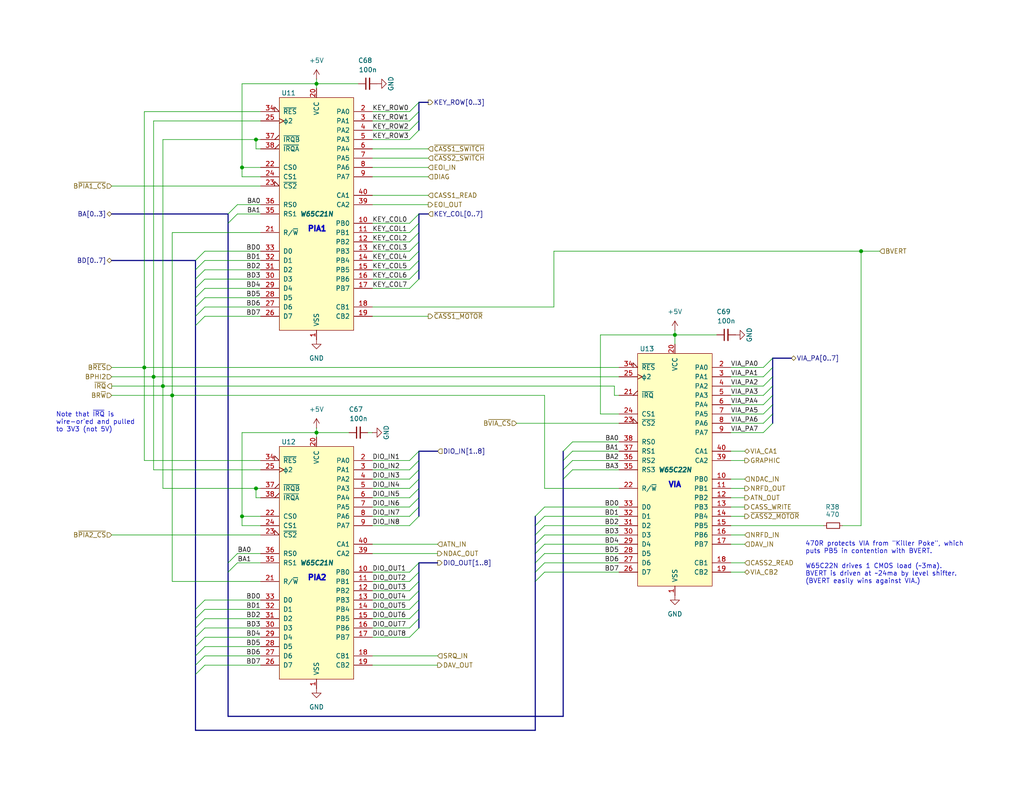
<source format=kicad_sch>
(kicad_sch (version 20231120) (generator "eeschema") (generator_version "8.0")
  (paper "A")
  (title_block (title "EconoPET 40/8096") (date "2023-10-01") (rev "A") (company "https://is.gd/6hpvh6") (comment 1 "Unspecified resistors are 1% / 62.5mW") (comment 2 "Unspecified capacitors are 25V") (comment 3 "Signals with B-prefix are level-shifted from 3V3 to 5V") (comment 4 "License: CC0 1.0 Universal (Public Domain Dedication)"))
  (lib_symbols
    (symbol "Device:C_Small" (pin_numbers hide) (pin_names (offset 0.254) hide)
      (property "Reference" "C" (at 0.254 1.778 0))
      (property "Value" "C_Small" (at 0.254 -2.032 0))
      (symbol "C_Small_0_1"
        (polyline (pts (xy -1.524 -0.508) (xy 1.524 -0.508)) (stroke (width 0.3302)))
        (polyline (pts (xy -1.524 0.508) (xy 1.524 0.508)) (stroke (width 0.3048)))
      )
      (symbol "C_Small_1_1"
        (pin passive line (at 0 2.54 270) (length 2.032) (name "~") (number "1"))
        (pin passive line (at 0 -2.54 90) (length 2.032) (name "~") (number "2"))
      )
    )
    (symbol "Device:R_Small" (pin_numbers hide) (pin_names (offset 0.254) hide)
      (property "Reference" "R" (at 0.762 0.508 0))
      (property "Value" "R_Small" (at 0.762 -1.016 0))
      (symbol "R_Small_0_1"
        (rectangle (start -0.762 1.778) (end 0.762 -1.778) (stroke (width 0.2032)))
      )
      (symbol "R_Small_1_1"
        (pin passive line (at 0 2.54 270) (length 0.762) (name "~") (number "1"))
        (pin passive line (at 0 -2.54 90) (length 0.762) (name "~") (number "2"))
      )
    )
    (symbol "EconoPET:W65C21N" (pin_names (offset 1.016))
      (property "Reference" "U" (at -7.62 33.02 0))
      (property "Value" "W65C21N" (at 0 0 0))
      (symbol "W65C21N_0_1"
        (rectangle (start -10.16 31.75) (end 10.16 -31.75) (fill (type background)))
      )
      (symbol "W65C21N_1_1"
        (pin power_in line (at 0 -34.29 90) (length 2.54) (name "VSS") (number "1"))
        (pin bidirectional line (at 15.24 -2.54 180) (length 5.08) (name "PB0") (number "10"))
        (pin bidirectional line (at 15.24 -5.08 180) (length 5.08) (name "PB1") (number "11"))
        (pin bidirectional line (at 15.24 -7.62 180) (length 5.08) (name "PB2") (number "12"))
        (pin bidirectional line (at 15.24 -10.16 180) (length 5.08) (name "PB3") (number "13"))
        (pin bidirectional line (at 15.24 -12.7 180) (length 5.08) (name "PB4") (number "14"))
        (pin bidirectional line (at 15.24 -15.24 180) (length 5.08) (name "PB5") (number "15"))
        (pin bidirectional line (at 15.24 -17.78 180) (length 5.08) (name "PB6") (number "16"))
        (pin bidirectional line (at 15.24 -20.32 180) (length 5.08) (name "PB7") (number "17"))
        (pin input line (at 15.24 -25.4 180) (length 5.08) (name "CB1") (number "18"))
        (pin bidirectional line (at 15.24 -27.94 180) (length 5.08) (name "CB2") (number "19"))
        (pin bidirectional line (at 15.24 27.94 180) (length 5.08) (name "PA0") (number "2"))
        (pin power_in line (at 0 34.29 270) (length 2.54) (name "VCC") (number "20"))
        (pin input line (at -15.24 -5.08 0) (length 5.08) (name "R/~{W}") (number "21"))
        (pin input line (at -15.24 12.7 0) (length 5.08) (name "CS0") (number "22"))
        (pin input input_low (at -15.24 7.62 0) (length 5.08) (name "~{CS2}") (number "23"))
        (pin input line (at -15.24 10.16 0) (length 5.08) (name "CS1") (number "24"))
        (pin input clock (at -15.24 25.4 0) (length 5.08) (name "ϕ2") (number "25"))
        (pin bidirectional line (at -15.24 -27.94 0) (length 5.08) (name "D7") (number "26"))
        (pin bidirectional line (at -15.24 -25.4 0) (length 5.08) (name "D6") (number "27"))
        (pin bidirectional line (at -15.24 -22.86 0) (length 5.08) (name "D5") (number "28"))
        (pin bidirectional line (at -15.24 -20.32 0) (length 5.08) (name "D4") (number "29"))
        (pin bidirectional line (at 15.24 25.4 180) (length 5.08) (name "PA1") (number "3"))
        (pin bidirectional line (at -15.24 -17.78 0) (length 5.08) (name "D3") (number "30"))
        (pin bidirectional line (at -15.24 -15.24 0) (length 5.08) (name "D2") (number "31"))
        (pin bidirectional line (at -15.24 -12.7 0) (length 5.08) (name "D1") (number "32"))
        (pin bidirectional line (at -15.24 -10.16 0) (length 5.08) (name "D0") (number "33"))
        (pin input input_low (at -15.24 27.94 0) (length 5.08) (name "~{RES}") (number "34"))
        (pin input line (at -15.24 0 0) (length 5.08) (name "RS1") (number "35"))
        (pin input line (at -15.24 2.54 0) (length 5.08) (name "RS0") (number "36"))
        (pin open_collector output_low (at -15.24 20.32 0) (length 5.08) (name "~{IRQB}") (number "37"))
        (pin open_collector output_low (at -15.24 17.78 0) (length 5.08) (name "~{IRQA}") (number "38"))
        (pin bidirectional line (at 15.24 2.54 180) (length 5.08) (name "CA2") (number "39"))
        (pin bidirectional line (at 15.24 22.86 180) (length 5.08) (name "PA2") (number "4"))
        (pin input line (at 15.24 5.08 180) (length 5.08) (name "CA1") (number "40"))
        (pin bidirectional line (at 15.24 20.32 180) (length 5.08) (name "PA3") (number "5"))
        (pin bidirectional line (at 15.24 17.78 180) (length 5.08) (name "PA4") (number "6"))
        (pin bidirectional line (at 15.24 15.24 180) (length 5.08) (name "PA5") (number "7"))
        (pin bidirectional line (at 15.24 12.7 180) (length 5.08) (name "PA6") (number "8"))
        (pin bidirectional line (at 15.24 10.16 180) (length 5.08) (name "PA7") (number "9"))
      )
    )
    (symbol "EconoPET:W65C22N" (pin_names (offset 1.016))
      (property "Reference" "U" (at -7.62 33.02 0))
      (property "Value" "W65C22N" (at 0 0 0))
      (symbol "W65C22N_0_1"
        (rectangle (start -10.16 31.75) (end 10.16 -31.75) (fill (type background)))
      )
      (symbol "W65C22N_1_1"
        (pin power_in line (at 0 -34.29 90) (length 2.54) (name "VSS") (number "1"))
        (pin bidirectional line (at 15.24 -2.54 180) (length 5.08) (name "PB0") (number "10"))
        (pin bidirectional line (at 15.24 -5.08 180) (length 5.08) (name "PB1") (number "11"))
        (pin bidirectional line (at 15.24 -7.62 180) (length 5.08) (name "PB2") (number "12"))
        (pin bidirectional line (at 15.24 -10.16 180) (length 5.08) (name "PB3") (number "13"))
        (pin bidirectional line (at 15.24 -12.7 180) (length 5.08) (name "PB4") (number "14"))
        (pin bidirectional line (at 15.24 -15.24 180) (length 5.08) (name "PB5") (number "15"))
        (pin bidirectional line (at 15.24 -17.78 180) (length 5.08) (name "PB6") (number "16"))
        (pin bidirectional line (at 15.24 -20.32 180) (length 5.08) (name "PB7") (number "17"))
        (pin input line (at 15.24 -25.4 180) (length 5.08) (name "CB1") (number "18"))
        (pin bidirectional line (at 15.24 -27.94 180) (length 5.08) (name "CB2") (number "19"))
        (pin bidirectional line (at 15.24 27.94 180) (length 5.08) (name "PA0") (number "2"))
        (pin power_in line (at 0 34.29 270) (length 2.54) (name "VCC") (number "20"))
        (pin open_collector output_low (at -15.24 20.32 0) (length 5.08) (name "~{IRQ}") (number "21"))
        (pin input line (at -15.24 -5.08 0) (length 5.08) (name "R/~{W}") (number "22"))
        (pin input input_low (at -15.24 12.7 0) (length 5.08) (name "~{CS2}") (number "23"))
        (pin input line (at -15.24 15.24 0) (length 5.08) (name "CS1") (number "24"))
        (pin input clock (at -15.24 25.4 0) (length 5.08) (name "ϕ2") (number "25"))
        (pin bidirectional line (at -15.24 -27.94 0) (length 5.08) (name "D7") (number "26"))
        (pin bidirectional line (at -15.24 -25.4 0) (length 5.08) (name "D6") (number "27"))
        (pin bidirectional line (at -15.24 -22.86 0) (length 5.08) (name "D5") (number "28"))
        (pin bidirectional line (at -15.24 -20.32 0) (length 5.08) (name "D4") (number "29"))
        (pin bidirectional line (at 15.24 25.4 180) (length 5.08) (name "PA1") (number "3"))
        (pin bidirectional line (at -15.24 -17.78 0) (length 5.08) (name "D3") (number "30"))
        (pin bidirectional line (at -15.24 -15.24 0) (length 5.08) (name "D2") (number "31"))
        (pin bidirectional line (at -15.24 -12.7 0) (length 5.08) (name "D1") (number "32"))
        (pin bidirectional line (at -15.24 -10.16 0) (length 5.08) (name "D0") (number "33"))
        (pin input input_low (at -15.24 27.94 0) (length 5.08) (name "~{RES}") (number "34"))
        (pin input line (at -15.24 0 0) (length 5.08) (name "RS3") (number "35"))
        (pin input line (at -15.24 2.54 0) (length 5.08) (name "RS2") (number "36"))
        (pin input line (at -15.24 5.08 0) (length 5.08) (name "RS1") (number "37"))
        (pin input line (at -15.24 7.62 0) (length 5.08) (name "RS0") (number "38"))
        (pin bidirectional line (at 15.24 2.54 180) (length 5.08) (name "CA2") (number "39"))
        (pin bidirectional line (at 15.24 22.86 180) (length 5.08) (name "PA2") (number "4"))
        (pin input line (at 15.24 5.08 180) (length 5.08) (name "CA1") (number "40"))
        (pin bidirectional line (at 15.24 20.32 180) (length 5.08) (name "PA3") (number "5"))
        (pin bidirectional line (at 15.24 17.78 180) (length 5.08) (name "PA4") (number "6"))
        (pin bidirectional line (at 15.24 15.24 180) (length 5.08) (name "PA5") (number "7"))
        (pin bidirectional line (at 15.24 12.7 180) (length 5.08) (name "PA6") (number "8"))
        (pin bidirectional line (at 15.24 10.16 180) (length 5.08) (name "PA7") (number "9"))
      )
    )
    (symbol "power:+5V" (power) (pin_numbers hide) (pin_names (offset 0) hide)
      (property "Value" "+5V" (at 0 3.556 0))
      (symbol "+5V_0_1"
        (polyline (pts (xy -0.762 1.27) (xy 0 2.54)))
        (polyline (pts (xy 0 0) (xy 0 2.54)))
        (polyline (pts (xy 0 2.54) (xy 0.762 1.27)))
      )
      (symbol "+5V_1_1"
        (pin power_in line (at 0 0 90) (length 0) (name "~") (number "1"))
      )
    )
    (symbol "power:GND" (power) (pin_numbers hide) (pin_names (offset 0) hide)
      (property "Value" "GND" (at 0 -3.81 0))
      (symbol "GND_0_1"
        (polyline (pts (xy 0 0) (xy 0 -1.27) (xy 1.27 -1.27) (xy 0 -2.54) (xy -1.27 -1.27) (xy 0 -1.27)))
      )
      (symbol "GND_1_1"
        (pin power_in line (at 0 0 270) (length 0) (name "~") (number "1"))
      )
    )
  )
  (junction (at 66.04 140.97))
  (junction (at 184.15 91.44))
  (junction (at 86.36 22.86))
  (junction (at 86.36 118.11))
  (junction (at 69.85 133.35))
  (junction (at 44.45 105.41))
  (junction (at 69.85 38.1))
  (junction (at 234.95 68.58))
  (junction (at 41.91 102.87))
  (junction (at 66.04 45.72))
  (junction (at 46.99 107.95))
  (junction (at 39.37 100.33))
  (bus_entry (at 55.88 163.83) (size -2.54 2.54))
  (bus_entry (at 55.88 86.36) (size -2.54 2.54))
  (bus_entry (at 156.21 120.65) (size -2.54 2.54))
  (bus_entry (at 111.76 76.2) (size 2.54 -2.54))
  (bus_entry (at 114.3 161.29) (size -2.54 2.54))
  (bus_entry (at 208.28 115.57) (size 2.54 -2.54))
  (bus_entry (at 64.77 58.42) (size -2.54 2.54))
  (bus_entry (at 148.59 153.67) (size -2.54 2.54))
  (bus_entry (at 55.88 166.37) (size -2.54 2.54))
  (bus_entry (at 208.28 105.41) (size 2.54 -2.54))
  (bus_entry (at 114.3 158.75) (size -2.54 2.54))
  (bus_entry (at 208.28 100.33) (size 2.54 -2.54))
  (bus_entry (at 114.3 27.94) (size -2.54 2.54))
  (bus_entry (at 111.76 78.74) (size 2.54 -2.54))
  (bus_entry (at 114.3 30.48) (size -2.54 2.54))
  (bus_entry (at 55.88 73.66) (size -2.54 2.54))
  (bus_entry (at 148.59 138.43) (size -2.54 2.54))
  (bus_entry (at 111.76 71.12) (size 2.54 -2.54))
  (bus_entry (at 114.3 35.56) (size -2.54 2.54))
  (bus_entry (at 111.76 60.96) (size 2.54 -2.54))
  (bus_entry (at 114.3 133.35) (size -2.54 2.54))
  (bus_entry (at 114.3 140.97) (size -2.54 2.54))
  (bus_entry (at 208.28 118.11) (size 2.54 -2.54))
  (bus_entry (at 64.77 151.13) (size -2.54 2.54))
  (bus_entry (at 111.76 73.66) (size 2.54 -2.54))
  (bus_entry (at 55.88 78.74) (size -2.54 2.54))
  (bus_entry (at 114.3 168.91) (size -2.54 2.54))
  (bus_entry (at 156.21 123.19) (size -2.54 2.54))
  (bus_entry (at 114.3 128.27) (size -2.54 2.54))
  (bus_entry (at 114.3 33.02) (size -2.54 2.54))
  (bus_entry (at 208.28 107.95) (size 2.54 -2.54))
  (bus_entry (at 55.88 83.82) (size -2.54 2.54))
  (bus_entry (at 114.3 138.43) (size -2.54 2.54))
  (bus_entry (at 55.88 173.99) (size -2.54 2.54))
  (bus_entry (at 148.59 143.51) (size -2.54 2.54))
  (bus_entry (at 148.59 140.97) (size -2.54 2.54))
  (bus_entry (at 148.59 156.21) (size -2.54 2.54))
  (bus_entry (at 148.59 146.05) (size -2.54 2.54))
  (bus_entry (at 111.76 63.5) (size 2.54 -2.54))
  (bus_entry (at 114.3 123.19) (size -2.54 2.54))
  (bus_entry (at 114.3 166.37) (size -2.54 2.54))
  (bus_entry (at 156.21 128.27) (size -2.54 2.54))
  (bus_entry (at 208.28 110.49) (size 2.54 -2.54))
  (bus_entry (at 156.21 125.73) (size -2.54 2.54))
  (bus_entry (at 55.88 168.91) (size -2.54 2.54))
  (bus_entry (at 111.76 68.58) (size 2.54 -2.54))
  (bus_entry (at 64.77 153.67) (size -2.54 2.54))
  (bus_entry (at 114.3 163.83) (size -2.54 2.54))
  (bus_entry (at 55.88 176.53) (size -2.54 2.54))
  (bus_entry (at 55.88 76.2) (size -2.54 2.54))
  (bus_entry (at 55.88 179.07) (size -2.54 2.54))
  (bus_entry (at 55.88 171.45) (size -2.54 2.54))
  (bus_entry (at 148.59 148.59) (size -2.54 2.54))
  (bus_entry (at 55.88 68.58) (size -2.54 2.54))
  (bus_entry (at 114.3 171.45) (size -2.54 2.54))
  (bus_entry (at 114.3 130.81) (size -2.54 2.54))
  (bus_entry (at 114.3 156.21) (size -2.54 2.54))
  (bus_entry (at 114.3 125.73) (size -2.54 2.54))
  (bus_entry (at 64.77 55.88) (size -2.54 2.54))
  (bus_entry (at 111.76 66.04) (size 2.54 -2.54))
  (bus_entry (at 208.28 102.87) (size 2.54 -2.54))
  (bus_entry (at 114.3 135.89) (size -2.54 2.54))
  (bus_entry (at 148.59 151.13) (size -2.54 2.54))
  (bus_entry (at 55.88 81.28) (size -2.54 2.54))
  (bus_entry (at 208.28 113.03) (size 2.54 -2.54))
  (bus_entry (at 55.88 71.12) (size -2.54 2.54))
  (bus_entry (at 55.88 181.61) (size -2.54 2.54))
  (bus_entry (at 114.3 153.67) (size -2.54 2.54))
  (wire (pts (xy 101.6 168.91) (xy 111.76 168.91)))
  (wire (pts (xy 69.85 135.89) (xy 69.85 133.35)))
  (wire (pts (xy 71.12 128.27) (xy 41.91 128.27)))
  (bus (pts (xy 114.3 161.29) (xy 114.3 163.83)))
  (wire (pts (xy 101.6 43.18) (xy 116.84 43.18)))
  (wire (pts (xy 55.88 181.61) (xy 71.12 181.61)))
  (wire (pts (xy 101.6 125.73) (xy 111.76 125.73)))
  (wire (pts (xy 148.59 133.35) (xy 148.59 107.95)))
  (bus (pts (xy 146.05 148.59) (xy 146.05 151.13)))
  (wire (pts (xy 203.2 123.19) (xy 199.39 123.19)))
  (wire (pts (xy 101.6 86.36) (xy 116.84 86.36)))
  (bus (pts (xy 114.3 153.67) (xy 114.3 156.21)))
  (wire (pts (xy 86.36 22.86) (xy 97.79 22.86)))
  (wire (pts (xy 86.36 22.86) (xy 86.36 24.13)))
  (bus (pts (xy 114.3 30.48) (xy 114.3 33.02)))
  (bus (pts (xy 114.3 135.89) (xy 114.3 138.43)))
  (wire (pts (xy 199.39 105.41) (xy 208.28 105.41)))
  (wire (pts (xy 101.6 48.26) (xy 116.84 48.26)))
  (wire (pts (xy 184.15 90.17) (xy 184.15 91.44)))
  (wire (pts (xy 39.37 100.33) (xy 168.91 100.33)))
  (wire (pts (xy 199.39 135.89) (xy 203.2 135.89)))
  (bus (pts (xy 114.3 123.19) (xy 114.3 125.73)))
  (wire (pts (xy 199.39 102.87) (xy 208.28 102.87)))
  (wire (pts (xy 234.95 68.58) (xy 234.95 143.51)))
  (wire (pts (xy 86.36 116.84) (xy 86.36 118.11)))
  (wire (pts (xy 55.88 81.28) (xy 71.12 81.28)))
  (wire (pts (xy 66.04 118.11) (xy 86.36 118.11)))
  (wire (pts (xy 101.6 173.99) (xy 111.76 173.99)))
  (wire (pts (xy 55.88 73.66) (xy 71.12 73.66)))
  (wire (pts (xy 66.04 143.51) (xy 71.12 143.51)))
  (wire (pts (xy 71.12 135.89) (xy 69.85 135.89)))
  (bus (pts (xy 114.3 33.02) (xy 114.3 35.56)))
  (bus (pts (xy 62.23 153.67) (xy 62.23 156.21)))
  (wire (pts (xy 151.13 68.58) (xy 234.95 68.58)))
  (wire (pts (xy 111.76 76.2) (xy 101.6 76.2)))
  (wire (pts (xy 44.45 133.35) (xy 44.45 105.41)))
  (wire (pts (xy 101.6 128.27) (xy 111.76 128.27)))
  (wire (pts (xy 101.6 166.37) (xy 111.76 166.37)))
  (bus (pts (xy 153.67 125.73) (xy 153.67 128.27)))
  (wire (pts (xy 184.15 91.44) (xy 195.58 91.44)))
  (wire (pts (xy 199.39 140.97) (xy 203.2 140.97)))
  (wire (pts (xy 101.6 161.29) (xy 111.76 161.29)))
  (wire (pts (xy 199.39 110.49) (xy 208.28 110.49)))
  (wire (pts (xy 148.59 151.13) (xy 168.91 151.13)))
  (wire (pts (xy 148.59 107.95) (xy 46.99 107.95)))
  (wire (pts (xy 69.85 133.35) (xy 44.45 133.35)))
  (bus (pts (xy 53.34 171.45) (xy 53.34 173.99)))
  (wire (pts (xy 64.77 58.42) (xy 71.12 58.42)))
  (wire (pts (xy 55.88 78.74) (xy 71.12 78.74)))
  (wire (pts (xy 55.88 163.83) (xy 71.12 163.83)))
  (bus (pts (xy 53.34 181.61) (xy 53.34 184.15)))
  (bus (pts (xy 114.3 133.35) (xy 114.3 135.89)))
  (wire (pts (xy 148.59 153.67) (xy 168.91 153.67)))
  (bus (pts (xy 210.82 97.79) (xy 215.9 97.79)))
  (bus (pts (xy 114.3 63.5) (xy 114.3 66.04)))
  (bus (pts (xy 146.05 158.75) (xy 146.05 199.39)))
  (wire (pts (xy 46.99 158.75) (xy 46.99 107.95)))
  (wire (pts (xy 111.76 60.96) (xy 101.6 60.96)))
  (bus (pts (xy 114.3 71.12) (xy 114.3 73.66)))
  (bus (pts (xy 62.23 58.42) (xy 62.23 60.96)))
  (wire (pts (xy 66.04 45.72) (xy 66.04 48.26)))
  (bus (pts (xy 210.82 113.03) (xy 210.82 115.57)))
  (wire (pts (xy 66.04 140.97) (xy 66.04 143.51)))
  (wire (pts (xy 163.83 91.44) (xy 184.15 91.44)))
  (wire (pts (xy 111.76 30.48) (xy 101.6 30.48)))
  (wire (pts (xy 66.04 48.26) (xy 71.12 48.26)))
  (bus (pts (xy 114.3 166.37) (xy 114.3 168.91)))
  (bus (pts (xy 114.3 68.58) (xy 114.3 71.12)))
  (wire (pts (xy 55.88 83.82) (xy 71.12 83.82)))
  (wire (pts (xy 66.04 45.72) (xy 71.12 45.72)))
  (wire (pts (xy 156.21 120.65) (xy 168.91 120.65)))
  (wire (pts (xy 148.59 156.21) (xy 168.91 156.21)))
  (wire (pts (xy 199.39 115.57) (xy 208.28 115.57)))
  (wire (pts (xy 71.12 33.02) (xy 41.91 33.02)))
  (wire (pts (xy 101.6 40.64) (xy 116.84 40.64)))
  (wire (pts (xy 101.6 55.88) (xy 116.84 55.88)))
  (wire (pts (xy 44.45 105.41) (xy 167.64 105.41)))
  (wire (pts (xy 101.6 156.21) (xy 111.76 156.21)))
  (wire (pts (xy 151.13 68.58) (xy 151.13 83.82)))
  (bus (pts (xy 53.34 81.28) (xy 53.34 83.82)))
  (wire (pts (xy 111.76 63.5) (xy 101.6 63.5)))
  (wire (pts (xy 168.91 123.19) (xy 156.21 123.19)))
  (wire (pts (xy 101.6 171.45) (xy 111.76 171.45)))
  (wire (pts (xy 66.04 118.11) (xy 66.04 140.97)))
  (wire (pts (xy 101.6 45.72) (xy 116.84 45.72)))
  (bus (pts (xy 114.3 58.42) (xy 116.84 58.42)))
  (bus (pts (xy 146.05 140.97) (xy 146.05 143.51)))
  (wire (pts (xy 148.59 146.05) (xy 168.91 146.05)))
  (wire (pts (xy 41.91 33.02) (xy 41.91 102.87)))
  (wire (pts (xy 69.85 38.1) (xy 44.45 38.1)))
  (wire (pts (xy 64.77 55.88) (xy 71.12 55.88)))
  (bus (pts (xy 62.23 58.42) (xy 30.48 58.42)))
  (bus (pts (xy 114.3 158.75) (xy 114.3 161.29)))
  (wire (pts (xy 101.6 181.61) (xy 119.38 181.61)))
  (wire (pts (xy 168.91 133.35) (xy 148.59 133.35)))
  (wire (pts (xy 101.6 179.07) (xy 119.38 179.07)))
  (wire (pts (xy 66.04 22.86) (xy 66.04 45.72)))
  (wire (pts (xy 71.12 30.48) (xy 39.37 30.48)))
  (wire (pts (xy 71.12 146.05) (xy 30.48 146.05)))
  (wire (pts (xy 101.6 158.75) (xy 111.76 158.75)))
  (wire (pts (xy 101.6 83.82) (xy 151.13 83.82)))
  (wire (pts (xy 101.6 163.83) (xy 111.76 163.83)))
  (wire (pts (xy 163.83 113.03) (xy 163.83 91.44)))
  (wire (pts (xy 199.39 146.05) (xy 203.2 146.05)))
  (wire (pts (xy 234.95 68.58) (xy 240.03 68.58)))
  (wire (pts (xy 101.6 143.51) (xy 111.76 143.51)))
  (wire (pts (xy 111.76 35.56) (xy 101.6 35.56)))
  (wire (pts (xy 203.2 156.21) (xy 199.39 156.21)))
  (wire (pts (xy 55.88 68.58) (xy 71.12 68.58)))
  (wire (pts (xy 111.76 68.58) (xy 101.6 68.58)))
  (bus (pts (xy 210.82 110.49) (xy 210.82 113.03)))
  (wire (pts (xy 199.39 133.35) (xy 203.2 133.35)))
  (bus (pts (xy 114.3 27.94) (xy 114.3 30.48)))
  (wire (pts (xy 71.12 40.64) (xy 69.85 40.64)))
  (wire (pts (xy 199.39 130.81) (xy 203.2 130.81)))
  (wire (pts (xy 199.39 143.51) (xy 224.79 143.51)))
  (wire (pts (xy 111.76 73.66) (xy 101.6 73.66)))
  (bus (pts (xy 153.67 123.19) (xy 153.67 125.73)))
  (bus (pts (xy 53.34 76.2) (xy 53.34 78.74)))
  (bus (pts (xy 53.34 78.74) (xy 53.34 81.28)))
  (wire (pts (xy 69.85 40.64) (xy 69.85 38.1)))
  (wire (pts (xy 148.59 140.97) (xy 168.91 140.97)))
  (wire (pts (xy 41.91 102.87) (xy 168.91 102.87)))
  (wire (pts (xy 101.6 140.97) (xy 111.76 140.97)))
  (bus (pts (xy 114.3 73.66) (xy 114.3 76.2)))
  (wire (pts (xy 101.6 53.34) (xy 116.84 53.34)))
  (bus (pts (xy 53.34 83.82) (xy 53.34 86.36)))
  (wire (pts (xy 46.99 63.5) (xy 46.99 107.95)))
  (wire (pts (xy 229.87 143.51) (xy 234.95 143.51)))
  (wire (pts (xy 101.6 118.11) (xy 100.33 118.11)))
  (bus (pts (xy 53.34 173.99) (xy 53.34 176.53)))
  (wire (pts (xy 55.88 171.45) (xy 71.12 171.45)))
  (wire (pts (xy 156.21 128.27) (xy 168.91 128.27)))
  (wire (pts (xy 111.76 66.04) (xy 101.6 66.04)))
  (wire (pts (xy 39.37 125.73) (xy 39.37 100.33)))
  (wire (pts (xy 66.04 22.86) (xy 86.36 22.86)))
  (wire (pts (xy 44.45 38.1) (xy 44.45 105.41)))
  (wire (pts (xy 71.12 50.8) (xy 30.48 50.8)))
  (wire (pts (xy 69.85 133.35) (xy 71.12 133.35)))
  (bus (pts (xy 146.05 151.13) (xy 146.05 153.67)))
  (wire (pts (xy 55.88 86.36) (xy 71.12 86.36)))
  (wire (pts (xy 71.12 63.5) (xy 46.99 63.5)))
  (wire (pts (xy 199.39 113.03) (xy 208.28 113.03)))
  (bus (pts (xy 53.34 176.53) (xy 53.34 179.07)))
  (wire (pts (xy 163.83 113.03) (xy 168.91 113.03)))
  (bus (pts (xy 146.05 153.67) (xy 146.05 156.21)))
  (wire (pts (xy 111.76 38.1) (xy 101.6 38.1)))
  (wire (pts (xy 101.6 130.81) (xy 111.76 130.81)))
  (wire (pts (xy 184.15 91.44) (xy 184.15 93.98)))
  (bus (pts (xy 53.34 86.36) (xy 53.34 88.9)))
  (bus (pts (xy 53.34 184.15) (xy 53.34 199.39)))
  (bus (pts (xy 114.3 125.73) (xy 114.3 128.27)))
  (wire (pts (xy 111.76 78.74) (xy 101.6 78.74)))
  (wire (pts (xy 148.59 138.43) (xy 168.91 138.43)))
  (wire (pts (xy 101.6 151.13) (xy 119.38 151.13)))
  (wire (pts (xy 55.88 168.91) (xy 71.12 168.91)))
  (wire (pts (xy 167.64 105.41) (xy 167.64 107.95)))
  (bus (pts (xy 146.05 143.51) (xy 146.05 146.05)))
  (wire (pts (xy 55.88 71.12) (xy 71.12 71.12)))
  (bus (pts (xy 153.67 128.27) (xy 153.67 130.81)))
  (bus (pts (xy 114.3 128.27) (xy 114.3 130.81)))
  (bus (pts (xy 114.3 123.19) (xy 119.38 123.19)))
  (wire (pts (xy 199.39 125.73) (xy 203.2 125.73)))
  (wire (pts (xy 30.48 105.41) (xy 44.45 105.41)))
  (bus (pts (xy 210.82 100.33) (xy 210.82 102.87)))
  (wire (pts (xy 71.12 125.73) (xy 39.37 125.73)))
  (wire (pts (xy 64.77 153.67) (xy 71.12 153.67)))
  (wire (pts (xy 156.21 125.73) (xy 168.91 125.73)))
  (bus (pts (xy 62.23 195.58) (xy 153.67 195.58)))
  (wire (pts (xy 55.88 179.07) (xy 71.12 179.07)))
  (bus (pts (xy 114.3 66.04) (xy 114.3 68.58)))
  (wire (pts (xy 101.6 135.89) (xy 111.76 135.89)))
  (bus (pts (xy 153.67 130.81) (xy 153.67 195.58)))
  (wire (pts (xy 111.76 33.02) (xy 101.6 33.02)))
  (wire (pts (xy 148.59 148.59) (xy 168.91 148.59)))
  (bus (pts (xy 30.48 71.12) (xy 53.34 71.12)))
  (wire (pts (xy 199.39 100.33) (xy 208.28 100.33)))
  (bus (pts (xy 114.3 163.83) (xy 114.3 166.37)))
  (wire (pts (xy 167.64 107.95) (xy 168.91 107.95)))
  (bus (pts (xy 146.05 156.21) (xy 146.05 158.75)))
  (wire (pts (xy 39.37 100.33) (xy 30.48 100.33)))
  (wire (pts (xy 86.36 21.59) (xy 86.36 22.86)))
  (bus (pts (xy 210.82 107.95) (xy 210.82 110.49)))
  (wire (pts (xy 199.39 107.95) (xy 208.28 107.95)))
  (wire (pts (xy 148.59 143.51) (xy 168.91 143.51)))
  (bus (pts (xy 114.3 27.94) (xy 116.84 27.94)))
  (wire (pts (xy 101.6 138.43) (xy 111.76 138.43)))
  (wire (pts (xy 86.36 118.11) (xy 86.36 119.38)))
  (wire (pts (xy 199.39 138.43) (xy 203.2 138.43)))
  (bus (pts (xy 114.3 60.96) (xy 114.3 63.5)))
  (wire (pts (xy 55.88 76.2) (xy 71.12 76.2)))
  (bus (pts (xy 114.3 138.43) (xy 114.3 140.97)))
  (bus (pts (xy 53.34 166.37) (xy 53.34 168.91)))
  (bus (pts (xy 146.05 146.05) (xy 146.05 148.59)))
  (bus (pts (xy 53.34 73.66) (xy 53.34 76.2)))
  (bus (pts (xy 114.3 156.21) (xy 114.3 158.75)))
  (bus (pts (xy 114.3 130.81) (xy 114.3 133.35)))
  (wire (pts (xy 39.37 30.48) (xy 39.37 100.33)))
  (wire (pts (xy 55.88 166.37) (xy 71.12 166.37)))
  (bus (pts (xy 62.23 156.21) (xy 62.23 195.58)))
  (bus (pts (xy 114.3 153.67) (xy 119.38 153.67)))
  (bus (pts (xy 62.23 60.96) (xy 62.23 153.67)))
  (wire (pts (xy 199.39 153.67) (xy 203.2 153.67)))
  (wire (pts (xy 41.91 128.27) (xy 41.91 102.87)))
  (bus (pts (xy 53.34 88.9) (xy 53.34 166.37)))
  (wire (pts (xy 30.48 107.95) (xy 46.99 107.95)))
  (wire (pts (xy 55.88 173.99) (xy 71.12 173.99)))
  (wire (pts (xy 101.6 148.59) (xy 119.38 148.59)))
  (wire (pts (xy 69.85 38.1) (xy 71.12 38.1)))
  (bus (pts (xy 53.34 179.07) (xy 53.34 181.61)))
  (bus (pts (xy 53.34 71.12) (xy 53.34 73.66)))
  (bus (pts (xy 53.34 168.91) (xy 53.34 171.45)))
  (wire (pts (xy 71.12 158.75) (xy 46.99 158.75)))
  (bus (pts (xy 114.3 168.91) (xy 114.3 171.45)))
  (wire (pts (xy 66.04 140.97) (xy 71.12 140.97)))
  (bus (pts (xy 210.82 105.41) (xy 210.82 107.95)))
  (bus (pts (xy 114.3 58.42) (xy 114.3 60.96)))
  (wire (pts (xy 140.97 115.57) (xy 168.91 115.57)))
  (wire (pts (xy 55.88 176.53) (xy 71.12 176.53)))
  (bus (pts (xy 53.34 199.39) (xy 146.05 199.39)))
  (wire (pts (xy 111.76 71.12) (xy 101.6 71.12)))
  (wire (pts (xy 199.39 148.59) (xy 203.2 148.59)))
  (bus (pts (xy 210.82 102.87) (xy 210.82 105.41)))
  (wire (pts (xy 199.39 118.11) (xy 208.28 118.11)))
  (wire (pts (xy 86.36 118.11) (xy 95.25 118.11)))
  (wire (pts (xy 64.77 151.13) (xy 71.12 151.13)))
  (wire (pts (xy 30.48 102.87) (xy 41.91 102.87)))
  (bus (pts (xy 210.82 97.79) (xy 210.82 100.33)))
  (wire (pts (xy 101.6 133.35) (xy 111.76 133.35)))
  (text "470R protects VIA from \"Killer Poke\", which\nputs PB5 in contention with BVERT.\n\nW65C22N drives 1 CMOS load (~3ma).\nBVERT is driven at ~24ma by level shifter.\n(BVERT easily wins against VIA.)\n" (at 219.71 153.67 0) (effects (font (size 1.27 1.27)) (justify left)))
  (text "PIA1" (at 83.82 63.5 0) (effects (font (size 1.5 1.5) (thickness 0.8) (bold yes)) (justify left bottom)))
  (text "PIA2" (at 83.82 158.75 0) (effects (font (size 1.5 1.5) (thickness 0.8) (bold yes)) (justify left bottom)))
  (text "Note that ~{IRQ} is\nwire-or'ed and pulled\nto 3V3 (not 5V)" (at 15.24 118.11 0) (effects (font (size 1.27 1.27)) (justify left bottom)))
  (text "VIA" (at 182.245 133.35 0) (effects (font (size 1.5 1.5) (thickness 0.8) (bold yes)) (justify left bottom)))
  (label "KEY_COL5" (at 101.6 73.66 0))
  (label "BA1" (at 71.12 58.42 180))
  (label "BD2" (at 168.91 143.51 180))
  (label "BA0" (at 165.1 120.65 0))
  (label "BD3" (at 71.12 76.2 180))
  (label "BD3" (at 71.12 171.45 180))
  (label "BD5" (at 168.91 151.13 180))
  (label "VIA_PA2" (at 199.39 105.41 0))
  (label "VIA_PA7" (at 199.39 118.11 0))
  (label "DIO_OUT3" (at 101.6 161.29 0))
  (label "DIO_OUT6" (at 101.6 168.91 0))
  (label "DIO_IN6" (at 101.6 138.43 0))
  (label "BD1" (at 71.12 166.37 180))
  (label "VIA_PA0" (at 199.39 100.33 0))
  (label "BD4" (at 71.12 78.74 180))
  (label "BA3" (at 165.1 128.27 0))
  (label "BD2" (at 71.12 73.66 180))
  (label "KEY_COL1" (at 101.6 63.5 0))
  (label "BD0" (at 168.91 138.43 180))
  (label "BD7" (at 71.12 181.61 180))
  (label "BD5" (at 71.12 81.28 180))
  (label "KEY_COL4" (at 101.6 71.12 0))
  (label "VIA_PA3" (at 199.39 107.95 0))
  (label "BD1" (at 71.12 71.12 180))
  (label "BD3" (at 168.91 146.05 180))
  (label "BA0" (at 68.58 151.13 180))
  (label "VIA_PA6" (at 199.39 115.57 0))
  (label "DIO_IN2" (at 101.6 128.27 0))
  (label "BD5" (at 71.12 176.53 180))
  (label "DIO_OUT5" (at 101.6 166.37 0))
  (label "BD4" (at 71.12 173.99 180))
  (label "DIO_IN3" (at 101.6 130.81 0))
  (label "BD7" (at 71.12 86.36 180))
  (label "BA2" (at 165.1 125.73 0))
  (label "DIO_IN5" (at 101.6 135.89 0))
  (label "VIA_PA4" (at 199.39 110.49 0))
  (label "KEY_COL7" (at 101.6 78.74 0))
  (label "KEY_ROW3" (at 101.6 38.1 0))
  (label "KEY_COL3" (at 101.6 68.58 0))
  (label "DIO_OUT4" (at 101.6 163.83 0))
  (label "VIA_PA5" (at 199.39 113.03 0))
  (label "KEY_ROW2" (at 101.6 35.56 0))
  (label "KEY_ROW1" (at 101.6 33.02 0))
  (label "DIO_OUT7" (at 101.6 171.45 0))
  (label "BA1" (at 68.58 153.67 180))
  (label "BD0" (at 71.12 163.83 180))
  (label "DIO_IN7" (at 101.6 140.97 0))
  (label "BD6" (at 71.12 83.82 180))
  (label "KEY_ROW0" (at 101.6 30.48 0))
  (label "DIO_IN8" (at 101.6 143.51 0))
  (label "KEY_COL6" (at 101.6 76.2 0))
  (label "BD7" (at 168.91 156.21 180))
  (label "DIO_IN4" (at 101.6 133.35 0))
  (label "BD4" (at 168.91 148.59 180))
  (label "KEY_COL2" (at 101.6 66.04 0))
  (label "KEY_COL0" (at 101.6 60.96 0))
  (label "VIA_PA1" (at 199.39 102.87 0))
  (label "DIO_IN1" (at 101.6 125.73 0))
  (label "BA1" (at 165.1 123.19 0))
  (label "DIO_OUT8" (at 101.6 173.99 0))
  (label "BD6" (at 168.91 153.67 180))
  (label "BD0" (at 71.12 68.58 180))
  (label "BA0" (at 71.12 55.88 180))
  (label "BD6" (at 71.12 179.07 180))
  (label "DIO_OUT1" (at 101.6 156.21 0))
  (label "BD2" (at 71.12 168.91 180))
  (label "DIO_OUT2" (at 101.6 158.75 0))
  (label "BD1" (at 168.91 140.97 180))
  (hierarchical_label "B~{PIA1_CS}" (shape input) (at 30.48 50.8 180))
  (hierarchical_label "B~{RES}" (shape input) (at 30.48 100.33 180))
  (hierarchical_label "GRAPHIC" (shape output) (at 203.2 125.73 0))
  (hierarchical_label "ATN_IN" (shape input) (at 119.38 148.59 0))
  (hierarchical_label "~{CASS1_SWITCH}" (shape input) (at 116.84 40.64 0))
  (hierarchical_label "B~{PIA2_CS}" (shape input) (at 30.48 146.05 180))
  (hierarchical_label "DIO_OUT[1..8]" (shape output) (at 119.38 153.67 0))
  (hierarchical_label "BA[0..3]" (shape bidirectional) (at 30.48 58.42 180))
  (hierarchical_label "NDAC_IN" (shape input) (at 203.2 130.81 0))
  (hierarchical_label "KEY_COL[0..7]" (shape input) (at 116.84 58.42 0))
  (hierarchical_label "DAV_OUT" (shape output) (at 119.38 181.61 0))
  (hierarchical_label "BVERT" (shape input) (at 240.03 68.58 0))
  (hierarchical_label "~{CASS2_MOTOR}" (shape output) (at 203.2 140.97 0))
  (hierarchical_label "~{IRQ}" (shape output) (at 30.48 105.41 180))
  (hierarchical_label "SRQ_IN" (shape input) (at 119.38 179.07 0))
  (hierarchical_label "EOI_IN" (shape input) (at 116.84 45.72 0))
  (hierarchical_label "KEY_ROW[0..3]" (shape output) (at 116.84 27.94 0))
  (hierarchical_label "DAV_IN" (shape input) (at 203.2 148.59 0))
  (hierarchical_label "EOI_OUT" (shape output) (at 116.84 55.88 0))
  (hierarchical_label "~{CASS2_SWITCH}" (shape input) (at 116.84 43.18 0))
  (hierarchical_label "BPHI2" (shape input) (at 30.48 102.87 180))
  (hierarchical_label "VIA_CB2" (shape bidirectional) (at 203.2 156.21 0))
  (hierarchical_label "VIA_CA1" (shape bidirectional) (at 203.2 123.19 0))
  (hierarchical_label "BD[0..7]" (shape bidirectional) (at 30.48 71.12 180))
  (hierarchical_label "NRFD_OUT" (shape output) (at 203.2 133.35 0))
  (hierarchical_label "NDAC_OUT" (shape output) (at 119.38 151.13 0))
  (hierarchical_label "CASS1_READ" (shape input) (at 116.84 53.34 0))
  (hierarchical_label "CASS_WRITE" (shape output) (at 203.2 138.43 0))
  (hierarchical_label "NRFD_IN" (shape input) (at 203.2 146.05 0))
  (hierarchical_label "BR~{W}" (shape input) (at 30.48 107.95 180))
  (hierarchical_label "DIO_IN[1..8]" (shape input) (at 119.38 123.19 0))
  (hierarchical_label "B~{VIA_CS}" (shape input) (at 140.97 115.57 180))
  (hierarchical_label "VIA_PA[0..7]" (shape bidirectional) (at 215.9 97.79 0))
  (hierarchical_label "DIAG" (shape input) (at 116.84 48.26 0))
  (hierarchical_label "ATN_OUT" (shape output) (at 203.2 135.89 0))
  (hierarchical_label "CASS2_READ" (shape input) (at 203.2 153.67 0))
  (hierarchical_label "~{CASS1_MOTOR}" (shape output) (at 116.84 86.36 0))
  (symbol (lib_id "EconoPET:W65C21N") (at 86.36 153.67 0) (unit 1)
    (property "Reference" "U12" (at 78.74 120.65 0))
    (property "Value" "W65C21N" (at 86.36 153.67 0) (effects (font (bold yes) (italic yes))))
    (property "Footprint" "Package_DIP:DIP-40_W15.24mm_Socket" (effects (hide yes)))
    (property "Datasheet" "https://www.mouser.com/datasheet/2/436/w65c21-661.pdf" (effects (hide yes)))
    (property "MOUSER" "955-W65C21N6TPG-14,571-1-2199299-5" (effects (hide yes)))
  )
  (symbol (lib_id "EconoPET:W65C22N") (at 184.15 128.27 0) (unit 1)
    (property "Reference" "U13" (at 176.53 95.25 0))
    (property "Value" "W65C22N" (at 184.15 128.27 0) (effects (font (bold yes) (italic yes))))
    (property "Footprint" "Package_DIP:DIP-40_W15.24mm_Socket" (effects (hide yes)))
    (property "Datasheet" "https://www.mouser.com/datasheet/2/436/w65c22-1197.pdf" (effects (hide yes)))
    (property "MOUSER" "955-W65C22N6TPG-14,571-1-2199299-5" (effects (hide yes)))
  )
  (symbol (lib_id "EconoPET:W65C21N") (at 86.36 58.42 0) (unit 1)
    (property "Reference" "U11" (at 78.74 25.4 0))
    (property "Value" "W65C21N" (at 86.36 58.42 0) (effects (font (bold yes) (italic yes))))
    (property "Footprint" "Package_DIP:DIP-40_W15.24mm_Socket" (effects (hide yes)))
    (property "Datasheet" "https://www.mouser.com/datasheet/2/436/w65c21-661.pdf" (effects (hide yes)))
    (property "MOUSER" "955-W65C21N6TPG-14,571-1-2199299-5" (effects (hide yes)))
  )
  (symbol (lib_id "Device:C_Small") (at 97.79 118.11 90) (unit 1)
    (property "Reference" "C67" (at 99.06 111.76 90) (effects (justify left)))
    (property "Value" "100n" (at 100.33 114.3 90) (effects (justify left)))
    (property "Footprint" "Capacitor_SMD:C_0402_1005Metric" (effects (hide yes)))
    (property "Datasheet" "https://product.samsungsem.com/mlcc/CL05B104KB54PN.do" (effects (hide yes)))
    (property "LCSC" "C307331" (effects (hide yes)))
  )
  (symbol (lib_id "Device:C_Small") (at 100.33 22.86 90) (unit 1)
    (property "Reference" "C68" (at 101.6 16.51 90) (effects (justify left)))
    (property "Value" "100n" (at 102.87 19.05 90) (effects (justify left)))
    (property "Footprint" "Capacitor_SMD:C_0402_1005Metric" (effects (hide yes)))
    (property "Datasheet" "https://product.samsungsem.com/mlcc/CL05B104KB54PN.do" (effects (hide yes)))
    (property "LCSC" "C307331" (effects (hide yes)))
  )
  (symbol (lib_id "Device:C_Small") (at 198.12 91.44 90) (unit 1)
    (property "Reference" "C69" (at 199.39 85.09 90) (effects (justify left)))
    (property "Value" "100n" (at 200.66 87.63 90) (effects (justify left)))
    (property "Footprint" "Capacitor_SMD:C_0402_1005Metric" (effects (hide yes)))
    (property "Datasheet" "https://product.samsungsem.com/mlcc/CL05B104KB54PN.do" (effects (hide yes)))
    (property "LCSC" "C307331" (effects (hide yes)))
  )
  (symbol (lib_id "Device:R_Small") (at 227.33 143.51 90) (mirror x) (unit 1)
    (property "Reference" "R38" (at 229.108 138.43 90) (effects (justify left)))
    (property "Value" "470" (at 229.108 140.462 90) (effects (justify left)))
    (property "Footprint" "Resistor_SMD:R_0402_1005Metric" (effects (hide yes)))
    (property "Datasheet" "https://www.lcsc.com/datasheet/lcsc_datasheet_2205311900_UNI-ROYAL-Uniroyal-Elec-0402WGF4700TCE_C25117.pdf" (effects (hide yes)))
    (property "LCSC" "C25117" (effects (hide yes)))
  )
  (symbol (lib_id "power:GND") (at 86.36 187.96 0) (unit 1)
    (property "Reference" "#PWR091" (effects (hide yes)))
    (property "Value" "GND" (at 86.36 193.04 0))
    (property "Description" "Power symbol creates a global label with name \"GND\" , ground" (effects (hide yes)))
  )
  (symbol (lib_id "power:+5V") (at 86.36 21.59 0) (unit 1)
    (property "Reference" "#PWR088" (effects (hide yes)))
    (property "Value" "+5V" (at 86.36 16.51 0))
    (property "Description" "Power symbol creates a global label with name \"+5V\"" (effects (hide yes)))
  )
  (symbol (lib_id "power:GND") (at 101.6 118.11 90) (unit 1)
    (property "Reference" "#PWR092" (effects (hide yes)))
    (property "Value" "GND" (at 105.41 118.11 0))
    (property "Description" "Power symbol creates a global label with name \"GND\" , ground" (effects (hide yes)))
  )
  (symbol (lib_id "power:GND") (at 102.87 22.86 90) (unit 1)
    (property "Reference" "#PWR093" (effects (hide yes)))
    (property "Value" "GND" (at 106.68 22.86 0))
    (property "Description" "Power symbol creates a global label with name \"GND\" , ground" (effects (hide yes)))
  )
  (symbol (lib_id "power:GND") (at 184.15 162.56 0) (unit 1)
    (property "Reference" "#PWR095" (effects (hide yes)))
    (property "Value" "GND" (at 184.15 167.64 0))
    (property "Description" "Power symbol creates a global label with name \"GND\" , ground" (effects (hide yes)))
  )
  (symbol (lib_id "power:GND") (at 86.36 92.71 0) (unit 1)
    (property "Reference" "#PWR089" (effects (hide yes)))
    (property "Value" "GND" (at 86.36 97.79 0))
    (property "Description" "Power symbol creates a global label with name \"GND\" , ground" (effects (hide yes)))
  )
  (symbol (lib_id "power:+5V") (at 86.36 116.84 0) (unit 1)
    (property "Reference" "#PWR090" (effects (hide yes)))
    (property "Value" "+5V" (at 86.36 111.76 0))
    (property "Description" "Power symbol creates a global label with name \"+5V\"" (effects (hide yes)))
  )
  (symbol (lib_id "power:+5V") (at 184.15 90.17 0) (unit 1)
    (property "Reference" "#PWR094" (effects (hide yes)))
    (property "Value" "+5V" (at 184.15 85.09 0))
    (property "Description" "Power symbol creates a global label with name \"+5V\"" (effects (hide yes)))
  )
  (symbol (lib_id "power:GND") (at 200.66 91.44 90) (unit 1)
    (property "Reference" "#PWR096" (effects (hide yes)))
    (property "Value" "GND" (at 204.47 91.44 0))
    (property "Description" "Power symbol creates a global label with name \"GND\" , ground" (effects (hide yes)))
  )
)
</source>
